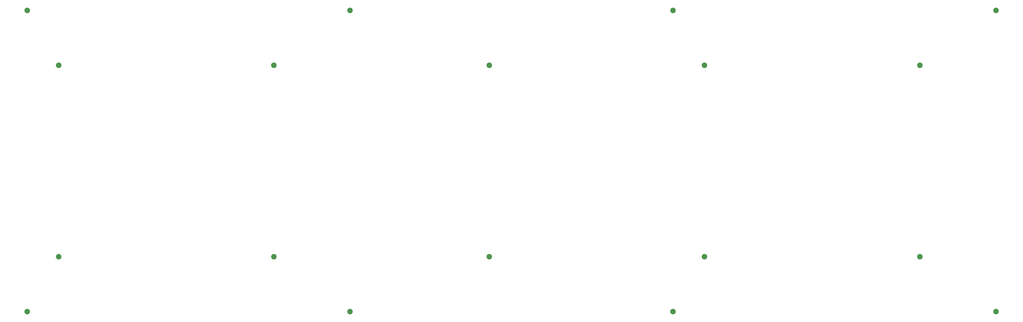
<source format=gbs>
%TF.GenerationSoftware,KiCad,Pcbnew,7.0.7*%
%TF.CreationDate,2023-09-25T11:43:51+09:00*%
%TF.ProjectId,Duet-Switch-Tester,44756574-2d53-4776-9974-63682d546573,rev?*%
%TF.SameCoordinates,Original*%
%TF.FileFunction,Soldermask,Bot*%
%TF.FilePolarity,Negative*%
%FSLAX46Y46*%
G04 Gerber Fmt 4.6, Leading zero omitted, Abs format (unit mm)*
G04 Created by KiCad (PCBNEW 7.0.7) date 2023-09-25 11:43:51*
%MOMM*%
%LPD*%
G01*
G04 APERTURE LIST*
%ADD10C,2.200000*%
G04 APERTURE END LIST*
D10*
X163681250Y-153593750D03*
X292268750Y-153593750D03*
X292268750Y-33731250D03*
X390525000Y-55562500D03*
X420856250Y-153593750D03*
X390525000Y-131762500D03*
X133350000Y-55562500D03*
X35093750Y-153593750D03*
X304800000Y-131762500D03*
X304800000Y-55562500D03*
X163681250Y-33731250D03*
X219075000Y-55562500D03*
X219075000Y-131762500D03*
X133350000Y-131762500D03*
X35093750Y-33731250D03*
X420856250Y-33731250D03*
X47625000Y-55562500D03*
X47625000Y-131762500D03*
M02*

</source>
